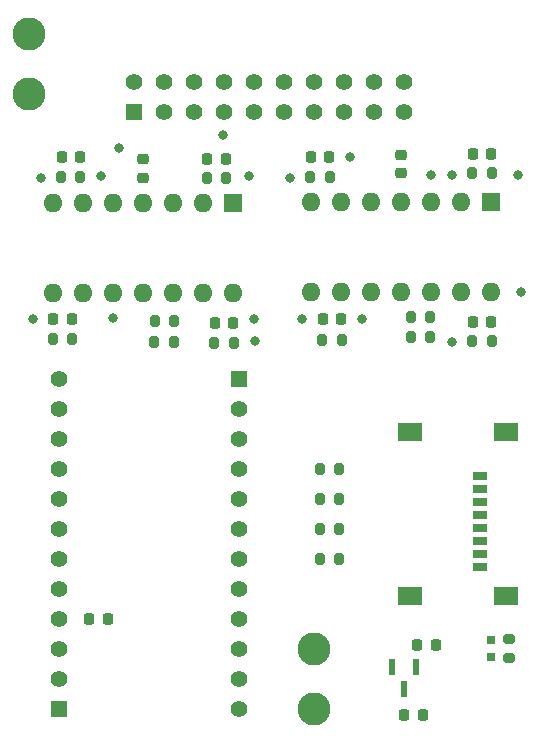
<source format=gbr>
%TF.GenerationSoftware,KiCad,Pcbnew,(6.0.2)*%
%TF.CreationDate,2022-03-10T22:08:29-05:00*%
%TF.ProjectId,SmartSole-Rev1,536d6172-7453-46f6-9c65-2d526576312e,rev?*%
%TF.SameCoordinates,Original*%
%TF.FileFunction,Soldermask,Top*%
%TF.FilePolarity,Negative*%
%FSLAX46Y46*%
G04 Gerber Fmt 4.6, Leading zero omitted, Abs format (unit mm)*
G04 Created by KiCad (PCBNEW (6.0.2)) date 2022-03-10 22:08:29*
%MOMM*%
%LPD*%
G01*
G04 APERTURE LIST*
G04 Aperture macros list*
%AMRoundRect*
0 Rectangle with rounded corners*
0 $1 Rounding radius*
0 $2 $3 $4 $5 $6 $7 $8 $9 X,Y pos of 4 corners*
0 Add a 4 corners polygon primitive as box body*
4,1,4,$2,$3,$4,$5,$6,$7,$8,$9,$2,$3,0*
0 Add four circle primitives for the rounded corners*
1,1,$1+$1,$2,$3*
1,1,$1+$1,$4,$5*
1,1,$1+$1,$6,$7*
1,1,$1+$1,$8,$9*
0 Add four rect primitives between the rounded corners*
20,1,$1+$1,$2,$3,$4,$5,0*
20,1,$1+$1,$4,$5,$6,$7,0*
20,1,$1+$1,$6,$7,$8,$9,0*
20,1,$1+$1,$8,$9,$2,$3,0*%
G04 Aperture macros list end*
%ADD10RoundRect,0.200000X0.200000X0.275000X-0.200000X0.275000X-0.200000X-0.275000X0.200000X-0.275000X0*%
%ADD11RoundRect,0.200000X-0.200000X-0.275000X0.200000X-0.275000X0.200000X0.275000X-0.200000X0.275000X0*%
%ADD12C,2.800000*%
%ADD13R,1.398000X1.398000*%
%ADD14C,1.398000*%
%ADD15C,0.800000*%
%ADD16RoundRect,0.225000X-0.225000X-0.250000X0.225000X-0.250000X0.225000X0.250000X-0.225000X0.250000X0*%
%ADD17R,0.800000X0.800000*%
%ADD18R,1.397000X1.397000*%
%ADD19C,1.397000*%
%ADD20RoundRect,0.225000X0.250000X-0.225000X0.250000X0.225000X-0.250000X0.225000X-0.250000X-0.225000X0*%
%ADD21R,0.558800X1.320800*%
%ADD22RoundRect,0.225000X0.225000X0.250000X-0.225000X0.250000X-0.225000X-0.250000X0.225000X-0.250000X0*%
%ADD23R,1.200000X0.800000*%
%ADD24R,2.000000X1.500000*%
%ADD25R,1.600000X1.600000*%
%ADD26O,1.600000X1.600000*%
%ADD27RoundRect,0.200000X-0.275000X0.200000X-0.275000X-0.200000X0.275000X-0.200000X0.275000X0.200000X0*%
G04 APERTURE END LIST*
D10*
%TO.C,R21*%
X75627499Y-63249710D03*
X73977499Y-63249710D03*
%TD*%
D11*
%TO.C,R12*%
X95647100Y-64601015D03*
X97297100Y-64601015D03*
%TD*%
D12*
%TO.C,3V3*%
X87502499Y-91010000D03*
%TD*%
D13*
%TO.C,J3*%
X81152499Y-68150000D03*
D14*
X81152499Y-70690000D03*
X81152499Y-73230000D03*
X81152499Y-75770000D03*
X81152499Y-78310000D03*
X81152499Y-80850000D03*
X81152499Y-83390000D03*
X81152499Y-85930000D03*
X81152499Y-88470000D03*
X81152499Y-91010000D03*
X81152499Y-93550000D03*
X81152499Y-96090000D03*
%TD*%
D11*
%TO.C,R9*%
X79037498Y-65151000D03*
X80687498Y-65151000D03*
%TD*%
D15*
%TO.C,F0*%
X99164499Y-50868000D03*
%TD*%
D12*
%TO.C,3V0*%
X63372499Y-44020000D03*
%TD*%
D10*
%TO.C,R13*%
X97297100Y-62899568D03*
X95647100Y-62899568D03*
%TD*%
D11*
%TO.C,R4*%
X100866499Y-64975000D03*
X102516499Y-64975000D03*
%TD*%
D15*
%TO.C,F3*%
X99191612Y-65077727D03*
%TD*%
%TO.C,A4*%
X81981567Y-51025367D03*
%TD*%
%TO.C,A1*%
X85448499Y-51122000D03*
%TD*%
D16*
%TO.C,C6*%
X66100109Y-49400921D03*
X67650109Y-49400921D03*
%TD*%
D10*
%TO.C,R6*%
X67700109Y-51051921D03*
X66050109Y-51051921D03*
%TD*%
%TO.C,R8*%
X89597499Y-75770000D03*
X87947499Y-75770000D03*
%TD*%
%TO.C,R14*%
X89597499Y-83390000D03*
X87947499Y-83390000D03*
%TD*%
D17*
%TO.C,D1*%
X102492099Y-90237000D03*
X102492099Y-91737000D03*
%TD*%
D15*
%TO.C,VR1*%
X97386499Y-50868000D03*
%TD*%
D16*
%TO.C,C9*%
X79062498Y-63451000D03*
X80612498Y-63451000D03*
%TD*%
D13*
%TO.C,J2*%
X65912499Y-96090000D03*
D14*
X65912499Y-93550000D03*
X65912499Y-91010000D03*
X65912499Y-88470000D03*
X65912499Y-85930000D03*
X65912499Y-83390000D03*
X65912499Y-80850000D03*
X65912499Y-78310000D03*
X65912499Y-75770000D03*
X65912499Y-73230000D03*
X65912499Y-70690000D03*
X65912499Y-68150000D03*
%TD*%
D11*
%TO.C,R20*%
X73936252Y-65054275D03*
X75586252Y-65054275D03*
%TD*%
D15*
%TO.C,VR2*%
X70454806Y-63006031D03*
%TD*%
D18*
%TO.C,J1*%
X72262499Y-45523000D03*
D19*
X72262499Y-42983000D03*
X74802499Y-45523000D03*
X74802499Y-42983000D03*
X77342499Y-45523000D03*
X77342499Y-42983000D03*
X79882499Y-45523000D03*
X79882499Y-42983000D03*
X82422499Y-45523000D03*
X82422499Y-42983000D03*
X84962499Y-45523000D03*
X84962499Y-42983000D03*
X87502499Y-45523000D03*
X87502499Y-42983000D03*
X90042499Y-45523000D03*
X90042499Y-42983000D03*
X92582499Y-45523000D03*
X92582499Y-42983000D03*
X95122499Y-45523000D03*
X95122499Y-42983000D03*
%TD*%
D10*
%TO.C,R15*%
X89597499Y-78310000D03*
X87947499Y-78310000D03*
%TD*%
D15*
%TO.C,F7*%
X82422499Y-63070000D03*
%TD*%
D10*
%TO.C,R3*%
X89821422Y-64894386D03*
X88171422Y-64894386D03*
%TD*%
D20*
%TO.C,C12*%
X72986480Y-51134622D03*
X72986480Y-49584622D03*
%TD*%
D15*
%TO.C,A2*%
X86474524Y-63090215D03*
%TD*%
%TO.C,F4*%
X79791572Y-47516654D03*
%TD*%
D16*
%TO.C,C3*%
X88244524Y-63100215D03*
X89794524Y-63100215D03*
%TD*%
D21*
%TO.C,U3*%
X96147498Y-92534000D03*
X94097500Y-92534000D03*
X95122499Y-94432650D03*
%TD*%
D15*
%TO.C,A5*%
X64372723Y-51113142D03*
%TD*%
%TO.C,A3*%
X105006499Y-60774000D03*
%TD*%
%TO.C,A6*%
X63693176Y-63122612D03*
%TD*%
D22*
%TO.C,C1*%
X102479499Y-49090000D03*
X100929499Y-49090000D03*
%TD*%
D15*
%TO.C,F1*%
X90528499Y-49344000D03*
%TD*%
D16*
%TO.C,C2*%
X87200499Y-49344000D03*
X88750499Y-49344000D03*
%TD*%
D12*
%TO.C,GND1*%
X63372499Y-38940000D03*
%TD*%
D23*
%TO.C,J4*%
X101557499Y-76355000D03*
X101557499Y-77455000D03*
X101557499Y-78555000D03*
X101557499Y-79655000D03*
X101557499Y-80755000D03*
X101557499Y-81855000D03*
X101557499Y-82955000D03*
X101557499Y-84055000D03*
D24*
X103757499Y-86525000D03*
X95557499Y-86525000D03*
X95557499Y-72635000D03*
X103757499Y-72635000D03*
%TD*%
D12*
%TO.C,GND2*%
X87502499Y-96090000D03*
%TD*%
D10*
%TO.C,R7*%
X67001731Y-64773612D03*
X65351731Y-64773612D03*
%TD*%
D25*
%TO.C,U2*%
X80612498Y-53291000D03*
D26*
X78072498Y-53291000D03*
X75532498Y-53291000D03*
X72992498Y-53291000D03*
X70452498Y-53291000D03*
X67912498Y-53291000D03*
X65372498Y-53291000D03*
X65372498Y-60911000D03*
X67912498Y-60911000D03*
X70452498Y-60911000D03*
X72992498Y-60911000D03*
X75532498Y-60911000D03*
X78072498Y-60911000D03*
X80612498Y-60911000D03*
%TD*%
D15*
%TO.C,F5*%
X69467934Y-51015157D03*
%TD*%
%TO.C,A7*%
X82518035Y-64975416D03*
%TD*%
D11*
%TO.C,R1*%
X100879499Y-50741000D03*
X102529499Y-50741000D03*
%TD*%
D27*
%TO.C,R10*%
X104012499Y-90185000D03*
X104012499Y-91835000D03*
%TD*%
D22*
%TO.C,C5*%
X79981815Y-49516891D03*
X78431815Y-49516891D03*
%TD*%
D15*
%TO.C,F6*%
X70992499Y-48592000D03*
%TD*%
D11*
%TO.C,R5*%
X78381815Y-51167891D03*
X80031815Y-51167891D03*
%TD*%
D10*
%TO.C,R11*%
X89597499Y-80850000D03*
X87947499Y-80850000D03*
%TD*%
D25*
%TO.C,U1*%
X102471499Y-53164000D03*
D26*
X99931499Y-53164000D03*
X97391499Y-53164000D03*
X94851499Y-53164000D03*
X92311499Y-53164000D03*
X89771499Y-53164000D03*
X87231499Y-53164000D03*
X87231499Y-60784000D03*
X89771499Y-60784000D03*
X92311499Y-60784000D03*
X94851499Y-60784000D03*
X97391499Y-60784000D03*
X99931499Y-60784000D03*
X102471499Y-60784000D03*
%TD*%
D16*
%TO.C,C7*%
X65401731Y-63122612D03*
X66951731Y-63122612D03*
%TD*%
D10*
%TO.C,R2*%
X88811349Y-51026265D03*
X87161349Y-51026265D03*
%TD*%
D20*
%TO.C,C13*%
X94848120Y-50754974D03*
X94848120Y-49204974D03*
%TD*%
D15*
%TO.C,A0*%
X104752499Y-50868000D03*
%TD*%
D16*
%TO.C,C8*%
X68439499Y-88470000D03*
X69989499Y-88470000D03*
%TD*%
%TO.C,C11*%
X96219918Y-90650244D03*
X97769918Y-90650244D03*
%TD*%
D15*
%TO.C,F2*%
X91554524Y-63090215D03*
%TD*%
D22*
%TO.C,C4*%
X102466499Y-63324000D03*
X100916499Y-63324000D03*
%TD*%
D16*
%TO.C,C10*%
X95109499Y-96598000D03*
X96659499Y-96598000D03*
%TD*%
M02*

</source>
